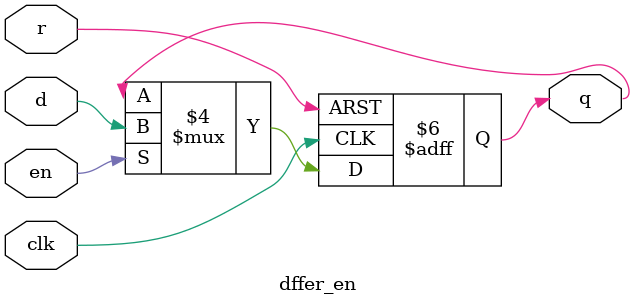
<source format=v>
module dffer_en (
    d,
    clk,
    r,
    q,
    en
);
    input d, clk, r, en;
    output q;

    reg q;

    initial 
    begin
        q = 0;
    end

    always @(posedge clk or posedge r)
    begin
        if (r)
            q = 0;
        else if(en)
            q = d;
        //else
    end 
endmodule
</source>
